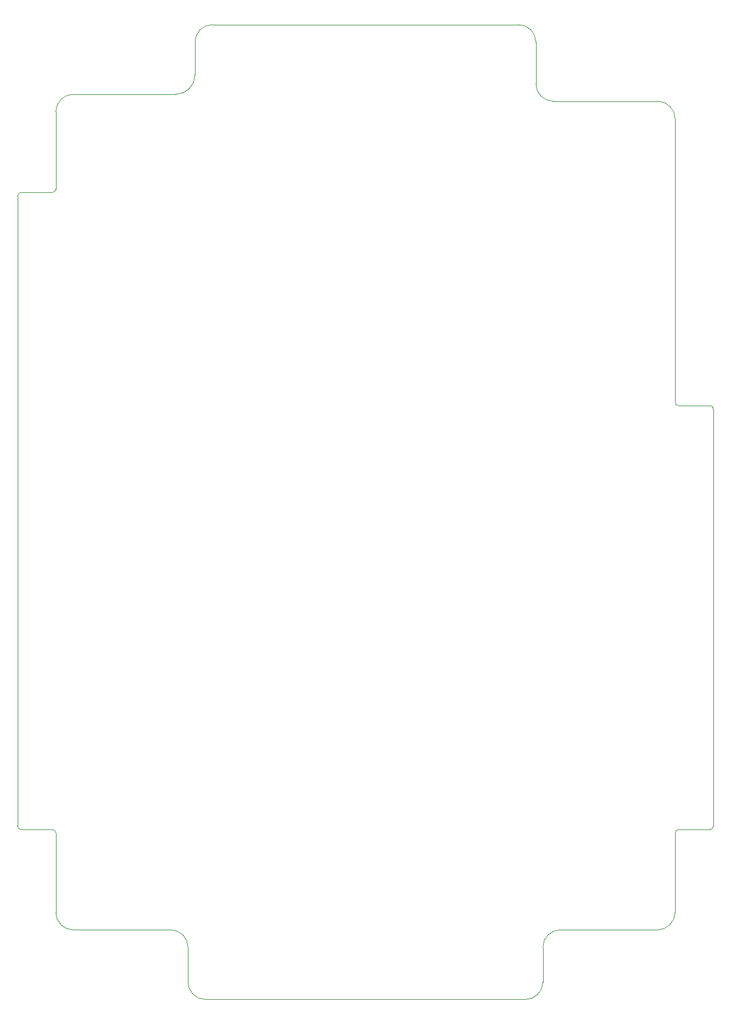
<source format=gm1>
%TF.GenerationSoftware,KiCad,Pcbnew,9.0.6-9.0.6~ubuntu24.04.1*%
%TF.CreationDate,2025-12-13T20:31:22+01:00*%
%TF.ProjectId,temperator,74656d70-6572-4617-946f-722e6b696361,1.1*%
%TF.SameCoordinates,PX623a7c0PY623a7c0*%
%TF.FileFunction,Profile,NP*%
%FSLAX46Y46*%
G04 Gerber Fmt 4.6, Leading zero omitted, Abs format (unit mm)*
G04 Created by KiCad (PCBNEW 9.0.6-9.0.6~ubuntu24.04.1) date 2025-12-13 20:31:22*
%MOMM*%
%LPD*%
G01*
G04 APERTURE LIST*
%TA.AperFunction,Profile*%
%ADD10C,0.050000*%
%TD*%
G04 APERTURE END LIST*
D10*
X45000000Y15300000D02*
G75*
G02*
X44500000Y15800000I0J500000D01*
G01*
X24500000Y67500000D02*
X24500000Y61500000D01*
X44500000Y-46100000D02*
G75*
G02*
X45000000Y-45600000I500000J0D01*
G01*
X-24500000Y62767767D02*
G75*
G02*
X-27267767Y60000000I-2767800J33D01*
G01*
X-27267767Y60000000D02*
X-42000000Y60000000D01*
X-28000000Y-60000000D02*
G75*
G02*
X-25500000Y-62500000I0J-2500000D01*
G01*
X-25500000Y-62500000D02*
X-25500000Y-67500000D01*
X42000000Y59000000D02*
G75*
G02*
X44500000Y56500000I0J-2500000D01*
G01*
X-44500000Y57500000D02*
X-44500000Y46400000D01*
X-44500000Y46400000D02*
G75*
G02*
X-45000000Y45900000I-500000J0D01*
G01*
X50000000Y-45100000D02*
G75*
G02*
X49500000Y-45600000I-500000J0D01*
G01*
X49500000Y15300000D02*
G75*
G02*
X50000000Y14800000I0J-500000D01*
G01*
X-45000000Y-45600000D02*
G75*
G02*
X-44500000Y-46100000I0J-500000D01*
G01*
X44500000Y-57500000D02*
X44500000Y-46100000D01*
X23000000Y-70000000D02*
X-23000000Y-70000000D01*
X-49500000Y-45600000D02*
X-45000000Y-45600000D01*
X-50000000Y45400000D02*
X-50000000Y-45100000D01*
X-24500000Y67500000D02*
G75*
G02*
X-22000000Y70000000I2500000J0D01*
G01*
X25500000Y-62500000D02*
G75*
G02*
X28000000Y-60000000I2500000J0D01*
G01*
X-50000000Y45400000D02*
G75*
G02*
X-49500000Y45900000I500000J0D01*
G01*
X25500000Y-67500000D02*
G75*
G02*
X23000000Y-70000000I-2500000J0D01*
G01*
X-45000000Y45900000D02*
X-49500000Y45900000D01*
X22000000Y70000000D02*
G75*
G02*
X24500000Y67500000I0J-2500000D01*
G01*
X44500000Y-57500000D02*
G75*
G02*
X42000000Y-60000000I-2500000J0D01*
G01*
X27000000Y59000000D02*
X42000000Y59000000D01*
X25500000Y-62500000D02*
X25500000Y-67500000D01*
X-23000000Y-70000000D02*
G75*
G02*
X-25500000Y-67500000I0J2500000D01*
G01*
X27000000Y59000000D02*
G75*
G02*
X24500000Y61500000I0J2500000D01*
G01*
X42000000Y-60000000D02*
X28000000Y-60000000D01*
X-42000000Y-60000000D02*
X-28000000Y-60000000D01*
X49500000Y-45600000D02*
X45000000Y-45600000D01*
X-49500000Y-45600000D02*
G75*
G02*
X-50000000Y-45100000I0J500000D01*
G01*
X-44500000Y57500000D02*
G75*
G02*
X-42000000Y60000000I2500000J0D01*
G01*
X-42000000Y-60000000D02*
G75*
G02*
X-44500000Y-57500000I0J2500000D01*
G01*
X-24500000Y67500000D02*
X-24500000Y62767767D01*
X-44500000Y-46100000D02*
X-44500000Y-57500000D01*
X50000000Y14800000D02*
X50000000Y-45100000D01*
X-22000000Y70000000D02*
X22000000Y70000000D01*
X44500000Y15800000D02*
X44500000Y56500000D01*
X45000000Y15300000D02*
X49500000Y15300000D01*
M02*

</source>
